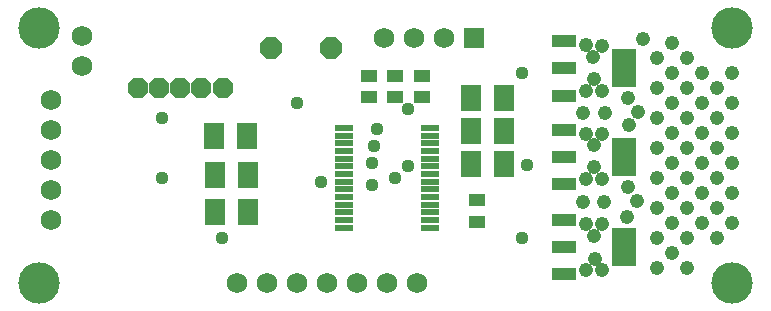
<source format=gts>
G75*
G70*
%OFA0B0*%
%FSLAX24Y24*%
%IPPOS*%
%LPD*%
%AMOC8*
5,1,8,0,0,1.08239X$1,22.5*
%
%ADD10R,0.0789X0.0395*%
%ADD11R,0.0808X0.1261*%
%ADD12R,0.0710X0.0867*%
%ADD13OC8,0.0710*%
%ADD14R,0.0552X0.0395*%
%ADD15C,0.0680*%
%ADD16R,0.0680X0.0680*%
%ADD17C,0.1380*%
%ADD18R,0.0630X0.0217*%
%ADD19OC8,0.0674*%
%ADD20C,0.0440*%
%ADD21C,0.0437*%
%ADD22C,0.0476*%
D10*
X018729Y001557D03*
X018733Y002462D03*
X018729Y003368D03*
X018729Y004557D03*
X018733Y005462D03*
X018729Y006368D03*
X018729Y007507D03*
X018733Y008412D03*
X018729Y009318D03*
D11*
X020733Y008412D03*
X020733Y005462D03*
X020733Y002462D03*
D12*
X016734Y005212D03*
X015631Y005212D03*
X015631Y006312D03*
X016734Y006312D03*
X016734Y007412D03*
X015631Y007412D03*
X008184Y004862D03*
X007081Y004862D03*
X007081Y003612D03*
X008184Y003612D03*
X008165Y006167D03*
X007063Y006167D03*
D13*
X008961Y009092D03*
X010961Y009092D03*
D14*
X012233Y008166D03*
X013083Y008166D03*
X013983Y008166D03*
X013983Y007458D03*
X013083Y007458D03*
X012233Y007458D03*
X015833Y004016D03*
X015833Y003308D03*
D15*
X013833Y001262D03*
X012833Y001262D03*
X011833Y001262D03*
X010833Y001262D03*
X009833Y001262D03*
X008833Y001262D03*
X007833Y001262D03*
X001633Y003362D03*
X001633Y004362D03*
X001633Y005362D03*
X001633Y006362D03*
X001633Y007362D03*
X002651Y008508D03*
X002651Y009508D03*
X012733Y009412D03*
X013733Y009412D03*
X014733Y009412D03*
D16*
X015733Y009412D03*
D17*
X001232Y001262D03*
X001233Y009762D03*
X024333Y009762D03*
X024333Y001262D03*
D18*
X014272Y003099D03*
X014272Y003355D03*
X014272Y003610D03*
X014272Y003866D03*
X014272Y004122D03*
X014272Y004378D03*
X014272Y004634D03*
X014272Y004890D03*
X014272Y005146D03*
X014272Y005402D03*
X014272Y005658D03*
X014272Y005914D03*
X014272Y006170D03*
X014272Y006425D03*
X011393Y006425D03*
X011393Y006170D03*
X011393Y005914D03*
X011393Y005658D03*
X011393Y005402D03*
X011393Y005146D03*
X011393Y004890D03*
X011393Y004634D03*
X011393Y004378D03*
X011393Y004122D03*
X011393Y003866D03*
X011393Y003610D03*
X011393Y003355D03*
X011393Y003099D03*
D19*
X007351Y007762D03*
X006642Y007762D03*
X005934Y007762D03*
X005225Y007762D03*
X004516Y007762D03*
D20*
X012342Y005264D03*
X013083Y004762D03*
X013533Y005162D03*
X012333Y004512D03*
X017333Y002762D03*
X017481Y005176D03*
X013533Y007062D03*
X017333Y008262D03*
D21*
X012488Y006395D03*
X012402Y005827D03*
X010633Y004623D03*
X007333Y002762D03*
X005333Y004762D03*
X005333Y006762D03*
X009833Y007262D03*
D22*
X019376Y006922D03*
X020097Y006922D03*
X020892Y006535D03*
X019984Y006218D03*
X019452Y006218D03*
X019718Y005856D03*
X019737Y005114D03*
X020002Y004714D03*
X019471Y004714D03*
X020865Y004453D03*
X021165Y003988D03*
X021833Y003762D03*
X022333Y004262D03*
X022833Y003762D03*
X023333Y004262D03*
X023833Y003762D03*
X024333Y004262D03*
X023833Y004762D03*
X024333Y005262D03*
X023333Y005262D03*
X022833Y004762D03*
X022333Y005262D03*
X021833Y004762D03*
X020078Y003972D03*
X019357Y003972D03*
X020837Y003467D03*
X019984Y003211D03*
X019452Y003211D03*
X019737Y002831D03*
X019756Y002070D03*
X020002Y001689D03*
X019471Y001708D03*
X021833Y001762D03*
X022333Y002262D03*
X022833Y001762D03*
X022833Y002762D03*
X023333Y003262D03*
X023833Y002762D03*
X024333Y003262D03*
X022333Y003262D03*
X021833Y002762D03*
X021833Y005762D03*
X022333Y006262D03*
X022833Y005762D03*
X023333Y006262D03*
X023833Y005762D03*
X024333Y006262D03*
X023833Y006762D03*
X022833Y006762D03*
X021833Y006762D03*
X021193Y006974D03*
X020865Y007412D03*
X020002Y007645D03*
X019452Y007645D03*
X019737Y008063D03*
X019699Y008805D03*
X019452Y009186D03*
X019984Y009167D03*
X021357Y009384D03*
X022333Y009262D03*
X022833Y008762D03*
X023333Y008262D03*
X024333Y008262D03*
X023833Y007762D03*
X024333Y007262D03*
X023333Y007262D03*
X022833Y007762D03*
X022333Y007262D03*
X021833Y007762D03*
X022333Y008262D03*
X021833Y008762D03*
M02*

</source>
